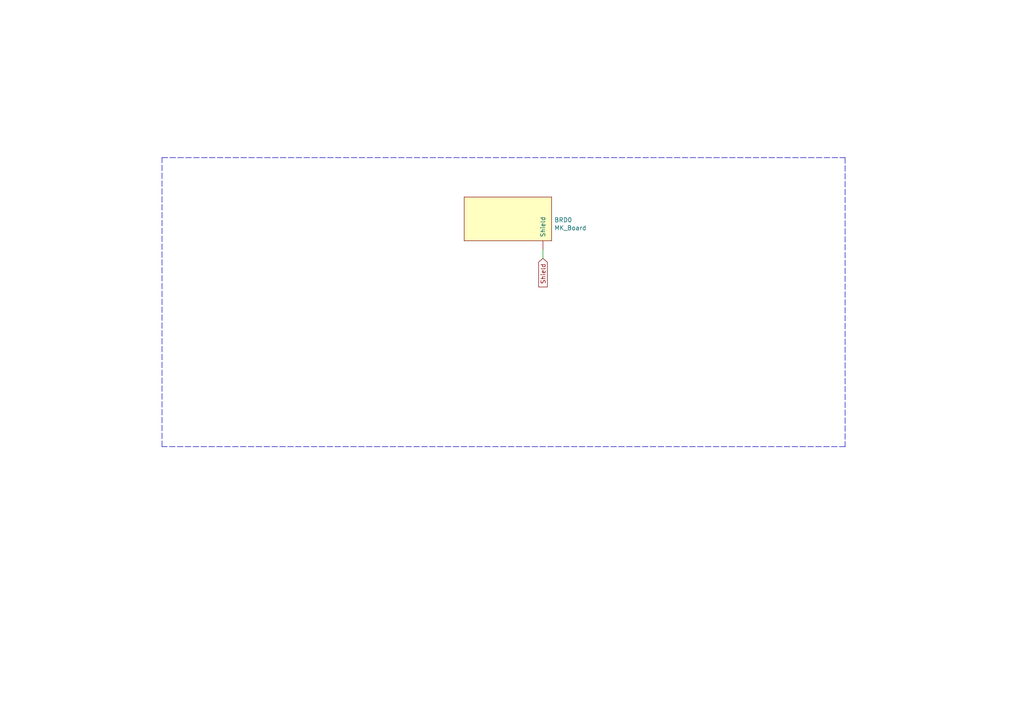
<source format=kicad_sch>
(kicad_sch (version 20211123) (generator eeschema)
  (paper "A4")
  (title_block (title "0x42") (date "2020-09-16") (rev "0") (company "plut0nium") (comment 2 "- USB-C, per-key LED backlight, encoder") (comment 3 "- For MX-style switches") (comment 4 "60% Ortholinear Mechanical Keyboard"))
  (lib_symbols
    (symbol "0xLib_MK:MK_Board" (pin_numbers hide) (pin_names (offset 1.016))
      (property "Reference" "BRD" (at -10.795 7.62 0))
      (property "Value" "0xLib_MK_MK_Board" (at 0 0 0))
      (symbol "MK_Board_0_1"
        (rectangle (start -12.7 6.35) (end 12.7 -6.35) (fill (type background)))
      )
      (symbol "MK_Board_1_1"
        (pin passive line (at 10.16 -8.89 90) (length 2.54) (name "Shield") (number "1"))
      )
    )
  )
  (wire (pts (xy 157.48 72.39) (xy 157.48 74.93)))
  (polyline (pts (xy 46.99 45.72) (xy 245.11 45.72)))
  (polyline (pts (xy 245.11 129.54) (xy 46.99 129.54)))
  (polyline (pts (xy 46.99 129.54) (xy 46.99 45.72)))
  (polyline (pts (xy 245.11 45.72) (xy 245.11 129.54)))
  (global_label "Shield" (shape input) (at 157.48 74.93 270) (property "Intersheet References" "${INTERSHEET_REFS}" (effects hide)))
  (symbol (lib_id "0xLib_MK:MK_Board") (at 147.32 63.5 0) (unit 1)
    (property "Reference" "BRD0" (at 160.7312 63.8048 0) (effects (justify left)))
    (property "Value" "MK_Board" (at 160.7312 66.1162 0) (effects (justify left)))
    (property "Footprint" "0xLib_MK_Boards:60_Outline_Ortho" (effects hide))
  )
)
</source>
